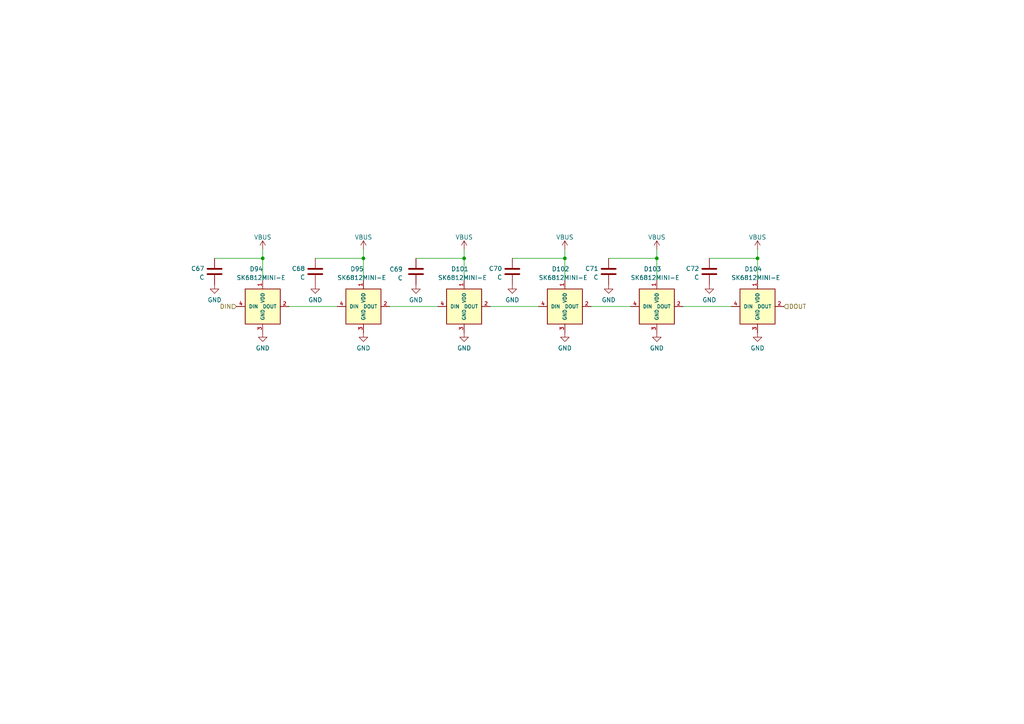
<source format=kicad_sch>
(kicad_sch (version 20230121) (generator eeschema)
  (paper "A4")
  (title_block (title "simplyKeeb-S60") (date "2022-12-18") (rev "2.0") (comment 1 "Designed by Gerrit 'Geaz' Gazic"))
  (lib_symbols
    (symbol "Device:C" (pin_numbers hide) (pin_names (offset 0.254))
      (property "Reference" "C" (at 0.635 2.54 0))
      (property "Value" "C" (at 0.635 -2.54 0))
      (symbol "C_0_1"
        (polyline (pts (xy -2.032 -0.762) (xy 2.032 -0.762)) (stroke (width 0.508)))
        (polyline (pts (xy -2.032 0.762) (xy 2.032 0.762)) (stroke (width 0.508)))
      )
      (symbol "C_1_1"
        (pin passive line (at 0 3.81 270) (length 2.794) (name "~") (number "1"))
        (pin passive line (at 0 -3.81 90) (length 2.794) (name "~") (number "2"))
      )
    )
    (symbol "power:GND" (power) (pin_names (offset 0))
      (property "Value" "GND" (at 0 -3.81 0))
      (symbol "GND_0_1"
        (polyline (pts (xy 0 0) (xy 0 -1.27) (xy 1.27 -1.27) (xy 0 -2.54) (xy -1.27 -1.27) (xy 0 -1.27)))
      )
      (symbol "GND_1_1"
        (pin power_in line (at 0 0 270) (length 0) hide (name "GND") (number "1"))
      )
    )
    (symbol "power:VBUS" (power) (pin_names (offset 0))
      (property "Value" "VBUS" (at 0 3.81 0))
      (symbol "VBUS_0_1"
        (polyline (pts (xy -0.762 1.27) (xy 0 2.54)))
        (polyline (pts (xy 0 0) (xy 0 2.54)))
        (polyline (pts (xy 0 2.54) (xy 0.762 1.27)))
      )
      (symbol "VBUS_1_1"
        (pin power_in line (at 0 0 90) (length 0) hide (name "VBUS") (number "1"))
      )
    )
    (symbol "simplyKeeb:SK6812MINI-E" (pin_names (offset 1.016))
      (property "Reference" "D" (at -3.81 8.89 0))
      (property "Value" "SK6812MINI-E" (at -7.62 6.35 0))
      (symbol "SK6812MINI-E_0_0"
        (rectangle (start -5.08 3.81) (end 5.08 -6.35) (stroke (width 0.254)) (fill (type background)))
        (pin power_in line (at 0 6.35 270) (length 2.54) (name "VDD") (number "1"))
        (pin output line (at 7.62 -1.27 180) (length 2.54) (name "DOUT") (number "2"))
        (pin power_in line (at 0 -8.89 90) (length 2.54) (name "GND") (number "3"))
        (pin input line (at -7.62 -1.27 0) (length 2.54) (name "DIN") (number "4"))
      )
    )
  )
  (junction (at 134.62 74.93))
  (junction (at 219.71 74.93))
  (junction (at 190.5 74.93))
  (junction (at 76.2 74.93))
  (junction (at 163.83 74.93))
  (junction (at 105.41 74.93))
  (wire (pts (xy 76.2 74.93) (xy 76.2 81.28)))
  (wire (pts (xy 190.5 72.39) (xy 190.5 74.93)))
  (wire (pts (xy 219.71 72.39) (xy 219.71 74.93)))
  (wire (pts (xy 76.2 72.39) (xy 76.2 74.93)))
  (wire (pts (xy 105.41 72.39) (xy 105.41 74.93)))
  (wire (pts (xy 171.45 88.9) (xy 182.88 88.9)))
  (wire (pts (xy 76.2 74.93) (xy 62.23 74.93)))
  (wire (pts (xy 105.41 74.93) (xy 91.44 74.93)))
  (wire (pts (xy 134.62 74.93) (xy 134.62 81.28)))
  (wire (pts (xy 219.71 74.93) (xy 205.74 74.93)))
  (wire (pts (xy 198.12 88.9) (xy 212.09 88.9)))
  (wire (pts (xy 134.62 74.93) (xy 120.65 74.93)))
  (wire (pts (xy 219.71 74.93) (xy 219.71 81.28)))
  (wire (pts (xy 190.5 74.93) (xy 176.53 74.93)))
  (wire (pts (xy 190.5 74.93) (xy 190.5 81.28)))
  (wire (pts (xy 105.41 74.93) (xy 105.41 81.28)))
  (wire (pts (xy 83.82 88.9) (xy 97.79 88.9)))
  (wire (pts (xy 113.03 88.9) (xy 127 88.9)))
  (wire (pts (xy 163.83 74.93) (xy 148.59 74.93)))
  (wire (pts (xy 163.83 72.39) (xy 163.83 74.93)))
  (wire (pts (xy 163.83 74.93) (xy 163.83 81.28)))
  (wire (pts (xy 134.62 72.39) (xy 134.62 74.93)))
  (wire (pts (xy 142.24 88.9) (xy 156.21 88.9)))
  (hierarchical_label "DIN" (shape input) (at 68.58 88.9 180))
  (hierarchical_label "DOUT" (shape input) (at 227.33 88.9 0))
  (symbol (lib_id "Device:C") (at 120.65 78.74 0) (mirror x) (unit 1)
    (property "Reference" "C69" (at 116.84 78.105 0) (effects (justify right)))
    (property "Value" "C" (at 116.84 80.645 0) (effects (justify right)))
    (property "Footprint" "Capacitor_SMD:C_0402_1005Metric" (effects hide))
    (instances (project "simplyKeeb-S60c" (path "" (reference "C69") (unit 1)) (path "" (reference "C73") (unit 1)) (path "" (reference "C79") (unit 1)) (path "" (reference "C85") (unit 1)) (path "" (reference "C91") (unit 1)) (path "" (reference "C97") (unit 1)) (path "" (reference "C21") (unit 1)) (path "" (reference "C27") (unit 1)) (path "" (reference "C33") (unit 1)) (path "" (reference "C39") (unit 1)) (path "" (reference "C45") (unit 1)) (path "" (reference "C123") (unit 1)) (path "" (reference "C51") (unit 1)) (path "" (reference "C57") (unit 1)) (path "" (reference "C63") (unit 1)) (path "" (reference "C103") (unit 1)) (path "" (reference "C109") (unit 1)) (path "" (reference "C115") (unit 1))))
  )
  (symbol (lib_id "power:GND") (at 91.44 82.55 0) (unit 1)
    (property "Reference" "#PWR0178" (effects hide))
    (property "Value" "GND" (at 91.44 86.9934 0))
    (instances (project "simplyKeeb-S60c" (path "" (reference "#PWR0178") (unit 1)) (path "" (reference "#PWR0191") (unit 1)) (path "" (reference "#PWR0209") (unit 1)) (path "" (reference "#PWR0227") (unit 1)) (path "" (reference "#PWR0245") (unit 1)) (path "" (reference "#PWR0263") (unit 1)) (path "" (reference "#PWR035") (unit 1)) (path "" (reference "#PWR053") (unit 1)) (path "" (reference "#PWR071") (unit 1)) (path "" (reference "#PWR089") (unit 1)) (path "" (reference "#PWR0107") (unit 1)) (path "" (reference "#PWR0340") (unit 1)) (path "" (reference "#PWR0125") (unit 1)) (path "" (reference "#PWR0143") (unit 1)) (path "" (reference "#PWR0161") (unit 1)) (path "" (reference "#PWR0281") (unit 1)) (path "" (reference "#PWR0299") (unit 1)) (path "" (reference "#PWR0317") (unit 1))))
  )
  (symbol (lib_id "simplyKeeb:SK6812MINI-E") (at 190.5 87.63 0) (unit 1)
    (property "Reference" "D103" (at 186.69 78.74 0) (effects (justify left bottom)))
    (property "Value" "SK6812MINI-E" (at 182.88 81.28 0) (effects (justify left bottom)))
    (property "Footprint" "simplyKeeb:Choc_SK6812MINI-E" (effects hide))
    (instances (project "simplyKeeb-S60c" (path "" (reference "D103") (unit 1)) (path "" (reference "D117") (unit 1)) (path "" (reference "D123") (unit 1)) (path "" (reference "D129") (unit 1)) (path "" (reference "D135") (unit 1)) (path "" (reference "D141") (unit 1)) (path "" (reference "D65") (unit 1)) (path "" (reference "D71") (unit 1)) (path "" (reference "D77") (unit 1)) (path "" (reference "D83") (unit 1)) (path "" (reference "D89") (unit 1)) (path "" (reference "D167") (unit 1)) (path "" (reference "D95") (unit 1)) (path "" (reference "D101") (unit 1)) (path "" (reference "D107") (unit 1)) (path "" (reference "D147") (unit 1)) (path "" (reference "D153") (unit 1)) (path "" (reference "D159") (unit 1))))
  )
  (symbol (lib_id "power:VBUS") (at 163.83 72.39 0) (unit 1)
    (property "Reference" "#PWR0185" (effects hide))
    (property "Value" "VBUS" (at 163.83 68.8142 0))
    (instances (project "simplyKeeb-S60c" (path "" (reference "#PWR0185") (unit 1)) (path "" (reference "#PWR0198") (unit 1)) (path "" (reference "#PWR0216") (unit 1)) (path "" (reference "#PWR0234") (unit 1)) (path "" (reference "#PWR0252") (unit 1)) (path "" (reference "#PWR0270") (unit 1)) (path "" (reference "#PWR042") (unit 1)) (path "" (reference "#PWR060") (unit 1)) (path "" (reference "#PWR078") (unit 1)) (path "" (reference "#PWR096") (unit 1)) (path "" (reference "#PWR0114") (unit 1)) (path "" (reference "#PWR0347") (unit 1)) (path "" (reference "#PWR0132") (unit 1)) (path "" (reference "#PWR0150") (unit 1)) (path "" (reference "#PWR0168") (unit 1)) (path "" (reference "#PWR0288") (unit 1)) (path "" (reference "#PWR0306") (unit 1)) (path "" (reference "#PWR0324") (unit 1))))
  )
  (symbol (lib_id "power:VBUS") (at 105.41 72.39 0) (unit 1)
    (property "Reference" "#PWR0179" (effects hide))
    (property "Value" "VBUS" (at 105.41 68.8142 0))
    (instances (project "simplyKeeb-S60c" (path "" (reference "#PWR0179") (unit 1)) (path "" (reference "#PWR0192") (unit 1)) (path "" (reference "#PWR0210") (unit 1)) (path "" (reference "#PWR0228") (unit 1)) (path "" (reference "#PWR0246") (unit 1)) (path "" (reference "#PWR0264") (unit 1)) (path "" (reference "#PWR036") (unit 1)) (path "" (reference "#PWR054") (unit 1)) (path "" (reference "#PWR072") (unit 1)) (path "" (reference "#PWR090") (unit 1)) (path "" (reference "#PWR0108") (unit 1)) (path "" (reference "#PWR0341") (unit 1)) (path "" (reference "#PWR0126") (unit 1)) (path "" (reference "#PWR0144") (unit 1)) (path "" (reference "#PWR0162") (unit 1)) (path "" (reference "#PWR0282") (unit 1)) (path "" (reference "#PWR0300") (unit 1)) (path "" (reference "#PWR0318") (unit 1))))
  )
  (symbol (lib_id "simplyKeeb:SK6812MINI-E") (at 163.83 87.63 0) (unit 1)
    (property "Reference" "D102" (at 160.02 78.74 0) (effects (justify left bottom)))
    (property "Value" "SK6812MINI-E" (at 156.21 81.28 0) (effects (justify left bottom)))
    (property "Footprint" "simplyKeeb:Choc_SK6812MINI-E" (effects hide))
    (instances (project "simplyKeeb-S60c" (path "" (reference "D102") (unit 1)) (path "" (reference "D116") (unit 1)) (path "" (reference "D122") (unit 1)) (path "" (reference "D128") (unit 1)) (path "" (reference "D134") (unit 1)) (path "" (reference "D140") (unit 1)) (path "" (reference "D64") (unit 1)) (path "" (reference "D70") (unit 1)) (path "" (reference "D76") (unit 1)) (path "" (reference "D82") (unit 1)) (path "" (reference "D88") (unit 1)) (path "" (reference "D166") (unit 1)) (path "" (reference "D94") (unit 1)) (path "" (reference "D100") (unit 1)) (path "" (reference "D106") (unit 1)) (path "" (reference "D146") (unit 1)) (path "" (reference "D152") (unit 1)) (path "" (reference "D158") (unit 1))))
  )
  (symbol (lib_id "Device:C") (at 176.53 78.74 0) (mirror y) (unit 1)
    (property "Reference" "C71" (at 173.609 77.9053 0) (effects (justify left)))
    (property "Value" "C" (at 173.609 80.4422 0) (effects (justify left)))
    (property "Footprint" "Capacitor_SMD:C_0402_1005Metric" (effects hide))
    (instances (project "simplyKeeb-S60c" (path "" (reference "C71") (unit 1)) (path "" (reference "C75") (unit 1)) (path "" (reference "C81") (unit 1)) (path "" (reference "C87") (unit 1)) (path "" (reference "C93") (unit 1)) (path "" (reference "C99") (unit 1)) (path "" (reference "C23") (unit 1)) (path "" (reference "C29") (unit 1)) (path "" (reference "C35") (unit 1)) (path "" (reference "C41") (unit 1)) (path "" (reference "C47") (unit 1)) (path "" (reference "C125") (unit 1)) (path "" (reference "C53") (unit 1)) (path "" (reference "C59") (unit 1)) (path "" (reference "C65") (unit 1)) (path "" (reference "C105") (unit 1)) (path "" (reference "C111") (unit 1)) (path "" (reference "C117") (unit 1))))
  )
  (symbol (lib_id "power:GND") (at 205.74 82.55 0) (unit 1)
    (property "Reference" "#PWR0190" (effects hide))
    (property "Value" "GND" (at 205.74 86.9934 0))
    (instances (project "simplyKeeb-S60c" (path "" (reference "#PWR0190") (unit 1)) (path "" (reference "#PWR0203") (unit 1)) (path "" (reference "#PWR0221") (unit 1)) (path "" (reference "#PWR0239") (unit 1)) (path "" (reference "#PWR0257") (unit 1)) (path "" (reference "#PWR0275") (unit 1)) (path "" (reference "#PWR047") (unit 1)) (path "" (reference "#PWR065") (unit 1)) (path "" (reference "#PWR083") (unit 1)) (path "" (reference "#PWR0101") (unit 1)) (path "" (reference "#PWR0119") (unit 1)) (path "" (reference "#PWR0352") (unit 1)) (path "" (reference "#PWR0137") (unit 1)) (path "" (reference "#PWR0155") (unit 1)) (path "" (reference "#PWR0173") (unit 1)) (path "" (reference "#PWR0293") (unit 1)) (path "" (reference "#PWR0311") (unit 1)) (path "" (reference "#PWR0329") (unit 1))))
  )
  (symbol (lib_id "power:GND") (at 105.41 96.52 0) (unit 1)
    (property "Reference" "#PWR0180" (effects hide))
    (property "Value" "GND" (at 105.41 100.9634 0))
    (instances (project "simplyKeeb-S60c" (path "" (reference "#PWR0180") (unit 1)) (path "" (reference "#PWR0193") (unit 1)) (path "" (reference "#PWR0211") (unit 1)) (path "" (reference "#PWR0229") (unit 1)) (path "" (reference "#PWR0247") (unit 1)) (path "" (reference "#PWR0265") (unit 1)) (path "" (reference "#PWR037") (unit 1)) (path "" (reference "#PWR055") (unit 1)) (path "" (reference "#PWR073") (unit 1)) (path "" (reference "#PWR091") (unit 1)) (path "" (reference "#PWR0109") (unit 1)) (path "" (reference "#PWR0342") (unit 1)) (path "" (reference "#PWR0127") (unit 1)) (path "" (reference "#PWR0145") (unit 1)) (path "" (reference "#PWR0163") (unit 1)) (path "" (reference "#PWR0283") (unit 1)) (path "" (reference "#PWR0301") (unit 1)) (path "" (reference "#PWR0319") (unit 1))))
  )
  (symbol (lib_id "power:GND") (at 76.2 96.52 0) (unit 1)
    (property "Reference" "#PWR0177" (effects hide))
    (property "Value" "GND" (at 76.2 100.9634 0))
    (instances (project "simplyKeeb-S60c" (path "" (reference "#PWR0177") (unit 1)) (path "" (reference "#PWR0190") (unit 1)) (path "" (reference "#PWR0208") (unit 1)) (path "" (reference "#PWR0226") (unit 1)) (path "" (reference "#PWR0244") (unit 1)) (path "" (reference "#PWR0262") (unit 1)) (path "" (reference "#PWR034") (unit 1)) (path "" (reference "#PWR052") (unit 1)) (path "" (reference "#PWR070") (unit 1)) (path "" (reference "#PWR088") (unit 1)) (path "" (reference "#PWR0106") (unit 1)) (path "" (reference "#PWR0339") (unit 1)) (path "" (reference "#PWR0124") (unit 1)) (path "" (reference "#PWR0142") (unit 1)) (path "" (reference "#PWR0160") (unit 1)) (path "" (reference "#PWR0280") (unit 1)) (path "" (reference "#PWR0298") (unit 1)) (path "" (reference "#PWR0316") (unit 1))))
  )
  (symbol (lib_id "power:GND") (at 176.53 82.55 0) (unit 1)
    (property "Reference" "#PWR0187" (effects hide))
    (property "Value" "GND" (at 176.53 86.9934 0))
    (instances (project "simplyKeeb-S60c" (path "" (reference "#PWR0187") (unit 1)) (path "" (reference "#PWR0200") (unit 1)) (path "" (reference "#PWR0218") (unit 1)) (path "" (reference "#PWR0236") (unit 1)) (path "" (reference "#PWR0254") (unit 1)) (path "" (reference "#PWR0272") (unit 1)) (path "" (reference "#PWR044") (unit 1)) (path "" (reference "#PWR062") (unit 1)) (path "" (reference "#PWR080") (unit 1)) (path "" (reference "#PWR098") (unit 1)) (path "" (reference "#PWR0116") (unit 1)) (path "" (reference "#PWR0349") (unit 1)) (path "" (reference "#PWR0134") (unit 1)) (path "" (reference "#PWR0152") (unit 1)) (path "" (reference "#PWR0170") (unit 1)) (path "" (reference "#PWR0290") (unit 1)) (path "" (reference "#PWR0308") (unit 1)) (path "" (reference "#PWR0326") (unit 1))))
  )
  (symbol (lib_id "simplyKeeb:SK6812MINI-E") (at 219.71 87.63 0) (unit 1)
    (property "Reference" "D104" (at 215.9 78.74 0) (effects (justify left bottom)))
    (property "Value" "SK6812MINI-E" (at 212.09 81.28 0) (effects (justify left bottom)))
    (property "Footprint" "simplyKeeb:Choc_SK6812MINI-E" (effects hide))
    (instances (project "simplyKeeb-S60c" (path "" (reference "D104") (unit 1)) (path "" (reference "D118") (unit 1)) (path "" (reference "D124") (unit 1)) (path "" (reference "D130") (unit 1)) (path "" (reference "D136") (unit 1)) (path "" (reference "D142") (unit 1)) (path "" (reference "D66") (unit 1)) (path "" (reference "D72") (unit 1)) (path "" (reference "D78") (unit 1)) (path "" (reference "D84") (unit 1)) (path "" (reference "D90") (unit 1)) (path "" (reference "D168") (unit 1)) (path "" (reference "D96") (unit 1)) (path "" (reference "D102") (unit 1)) (path "" (reference "D108") (unit 1)) (path "" (reference "D148") (unit 1)) (path "" (reference "D154") (unit 1)) (path "" (reference "D160") (unit 1))))
  )
  (symbol (lib_id "power:GND") (at 62.23 82.55 0) (unit 1)
    (property "Reference" "#PWR0175" (effects hide))
    (property "Value" "GND" (at 62.23 86.9934 0))
    (instances (project "simplyKeeb-S60c" (path "" (reference "#PWR0175") (unit 1)) (path "" (reference "#PWR0188") (unit 1)) (path "" (reference "#PWR0206") (unit 1)) (path "" (reference "#PWR0224") (unit 1)) (path "" (reference "#PWR0242") (unit 1)) (path "" (reference "#PWR0260") (unit 1)) (path "" (reference "#PWR032") (unit 1)) (path "" (reference "#PWR050") (unit 1)) (path "" (reference "#PWR068") (unit 1)) (path "" (reference "#PWR086") (unit 1)) (path "" (reference "#PWR0104") (unit 1)) (path "" (reference "#PWR0337") (unit 1)) (path "" (reference "#PWR0122") (unit 1)) (path "" (reference "#PWR0140") (unit 1)) (path "" (reference "#PWR0158") (unit 1)) (path "" (reference "#PWR0278") (unit 1)) (path "" (reference "#PWR0296") (unit 1)) (path "" (reference "#PWR0314") (unit 1))))
  )
  (symbol (lib_id "power:GND") (at 120.65 82.55 0) (unit 1)
    (property "Reference" "#PWR0181" (effects hide))
    (property "Value" "GND" (at 120.65 86.9934 0))
    (instances (project "simplyKeeb-S60c" (path "" (reference "#PWR0181") (unit 1)) (path "" (reference "#PWR0194") (unit 1)) (path "" (reference "#PWR0212") (unit 1)) (path "" (reference "#PWR0230") (unit 1)) (path "" (reference "#PWR0248") (unit 1)) (path "" (reference "#PWR0266") (unit 1)) (path "" (reference "#PWR038") (unit 1)) (path "" (reference "#PWR056") (unit 1)) (path "" (reference "#PWR074") (unit 1)) (path "" (reference "#PWR092") (unit 1)) (path "" (reference "#PWR0110") (unit 1)) (path "" (reference "#PWR0343") (unit 1)) (path "" (reference "#PWR0128") (unit 1)) (path "" (reference "#PWR0146") (unit 1)) (path "" (reference "#PWR0164") (unit 1)) (path "" (reference "#PWR0284") (unit 1)) (path "" (reference "#PWR0302") (unit 1)) (path "" (reference "#PWR0320") (unit 1))))
  )
  (symbol (lib_id "power:GND") (at 190.5 96.52 0) (unit 1)
    (property "Reference" "#PWR0189" (effects hide))
    (property "Value" "GND" (at 190.5 100.9634 0))
    (instances (project "simplyKeeb-S60c" (path "" (reference "#PWR0189") (unit 1)) (path "" (reference "#PWR0202") (unit 1)) (path "" (reference "#PWR0220") (unit 1)) (path "" (reference "#PWR0238") (unit 1)) (path "" (reference "#PWR0256") (unit 1)) (path "" (reference "#PWR0274") (unit 1)) (path "" (reference "#PWR046") (unit 1)) (path "" (reference "#PWR064") (unit 1)) (path "" (reference "#PWR082") (unit 1)) (path "" (reference "#PWR0100") (unit 1)) (path "" (reference "#PWR0118") (unit 1)) (path "" (reference "#PWR0351") (unit 1)) (path "" (reference "#PWR0136") (unit 1)) (path "" (reference "#PWR0154") (unit 1)) (path "" (reference "#PWR0172") (unit 1)) (path "" (reference "#PWR0292") (unit 1)) (path "" (reference "#PWR0310") (unit 1)) (path "" (reference "#PWR0328") (unit 1))))
  )
  (symbol (lib_id "Device:C") (at 62.23 78.74 0) (mirror y) (unit 1)
    (property "Reference" "C67" (at 59.309 77.9053 0) (effects (justify left)))
    (property "Value" "C" (at 59.309 80.4422 0) (effects (justify left)))
    (property "Footprint" "Capacitor_SMD:C_0402_1005Metric" (effects hide))
    (instances (project "simplyKeeb-S60c" (path "" (reference "C67") (unit 1)) (path "" (reference "C71") (unit 1)) (path "" (reference "C77") (unit 1)) (path "" (reference "C83") (unit 1)) (path "" (reference "C89") (unit 1)) (path "" (reference "C95") (unit 1)) (path "" (reference "C19") (unit 1)) (path "" (reference "C25") (unit 1)) (path "" (reference "C31") (unit 1)) (path "" (reference "C37") (unit 1)) (path "" (reference "C43") (unit 1)) (path "" (reference "C121") (unit 1)) (path "" (reference "C49") (unit 1)) (path "" (reference "C55") (unit 1)) (path "" (reference "C61") (unit 1)) (path "" (reference "C101") (unit 1)) (path "" (reference "C107") (unit 1)) (path "" (reference "C113") (unit 1))))
  )
  (symbol (lib_id "Device:C") (at 148.59 78.74 0) (mirror y) (unit 1)
    (property "Reference" "C70" (at 145.669 77.9053 0) (effects (justify left)))
    (property "Value" "C" (at 145.669 80.4422 0) (effects (justify left)))
    (property "Footprint" "Capacitor_SMD:C_0402_1005Metric" (effects hide))
    (instances (project "simplyKeeb-S60c" (path "" (reference "C70") (unit 1)) (path "" (reference "C74") (unit 1)) (path "" (reference "C80") (unit 1)) (path "" (reference "C86") (unit 1)) (path "" (reference "C92") (unit 1)) (path "" (reference "C98") (unit 1)) (path "" (reference "C22") (unit 1)) (path "" (reference "C28") (unit 1)) (path "" (reference "C34") (unit 1)) (path "" (reference "C40") (unit 1)) (path "" (reference "C46") (unit 1)) (path "" (reference "C124") (unit 1)) (path "" (reference "C52") (unit 1)) (path "" (reference "C58") (unit 1)) (path "" (reference "C64") (unit 1)) (path "" (reference "C104") (unit 1)) (path "" (reference "C110") (unit 1)) (path "" (reference "C116") (unit 1))))
  )
  (symbol (lib_id "power:VBUS") (at 190.5 72.39 0) (unit 1)
    (property "Reference" "#PWR0188" (effects hide))
    (property "Value" "VBUS" (at 190.5 68.8142 0))
    (instances (project "simplyKeeb-S60c" (path "" (reference "#PWR0188") (unit 1)) (path "" (reference "#PWR0201") (unit 1)) (path "" (reference "#PWR0219") (unit 1)) (path "" (reference "#PWR0237") (unit 1)) (path "" (reference "#PWR0255") (unit 1)) (path "" (reference "#PWR0273") (unit 1)) (path "" (reference "#PWR045") (unit 1)) (path "" (reference "#PWR063") (unit 1)) (path "" (reference "#PWR081") (unit 1)) (path "" (reference "#PWR099") (unit 1)) (path "" (reference "#PWR0117") (unit 1)) (path "" (reference "#PWR0350") (unit 1)) (path "" (reference "#PWR0135") (unit 1)) (path "" (reference "#PWR0153") (unit 1)) (path "" (reference "#PWR0171") (unit 1)) (path "" (reference "#PWR0291") (unit 1)) (path "" (reference "#PWR0309") (unit 1)) (path "" (reference "#PWR0327") (unit 1))))
  )
  (symbol (lib_id "Device:C") (at 91.44 78.74 0) (mirror y) (unit 1)
    (property "Reference" "C68" (at 88.519 77.9053 0) (effects (justify left)))
    (property "Value" "C" (at 88.519 80.4422 0) (effects (justify left)))
    (property "Footprint" "Capacitor_SMD:C_0402_1005Metric" (effects hide))
    (instances (project "simplyKeeb-S60c" (path "" (reference "C68") (unit 1)) (path "" (reference "C72") (unit 1)) (path "" (reference "C78") (unit 1)) (path "" (reference "C84") (unit 1)) (path "" (reference "C90") (unit 1)) (path "" (reference "C96") (unit 1)) (path "" (reference "C20") (unit 1)) (path "" (reference "C26") (unit 1)) (path "" (reference "C32") (unit 1)) (path "" (reference "C38") (unit 1)) (path "" (reference "C44") (unit 1)) (path "" (reference "C122") (unit 1)) (path "" (reference "C50") (unit 1)) (path "" (reference "C56") (unit 1)) (path "" (reference "C62") (unit 1)) (path "" (reference "C102") (unit 1)) (path "" (reference "C108") (unit 1)) (path "" (reference "C114") (unit 1))))
  )
  (symbol (lib_id "Device:C") (at 205.74 78.74 0) (mirror y) (unit 1)
    (property "Reference" "C72" (at 202.819 77.9053 0) (effects (justify left)))
    (property "Value" "C" (at 202.819 80.4422 0) (effects (justify left)))
    (property "Footprint" "Capacitor_SMD:C_0402_1005Metric" (effects hide))
    (instances (project "simplyKeeb-S60c" (path "" (reference "C72") (unit 1)) (path "" (reference "C76") (unit 1)) (path "" (reference "C82") (unit 1)) (path "" (reference "C88") (unit 1)) (path "" (reference "C94") (unit 1)) (path "" (reference "C100") (unit 1)) (path "" (reference "C24") (unit 1)) (path "" (reference "C30") (unit 1)) (path "" (reference "C36") (unit 1)) (path "" (reference "C42") (unit 1)) (path "" (reference "C48") (unit 1)) (path "" (reference "C126") (unit 1)) (path "" (reference "C54") (unit 1)) (path "" (reference "C60") (unit 1)) (path "" (reference "C66") (unit 1)) (path "" (reference "C106") (unit 1)) (path "" (reference "C112") (unit 1)) (path "" (reference "C118") (unit 1))))
  )
  (symbol (lib_id "power:VBUS") (at 76.2 72.39 0) (unit 1)
    (property "Reference" "#PWR0176" (effects hide))
    (property "Value" "VBUS" (at 76.2 68.8142 0))
    (instances (project "simplyKeeb-S60c" (path "" (reference "#PWR0176") (unit 1)) (path "" (reference "#PWR0189") (unit 1)) (path "" (reference "#PWR0207") (unit 1)) (path "" (reference "#PWR0225") (unit 1)) (path "" (reference "#PWR0243") (unit 1)) (path "" (reference "#PWR0261") (unit 1)) (path "" (reference "#PWR033") (unit 1)) (path "" (reference "#PWR051") (unit 1)) (path "" (reference "#PWR069") (unit 1)) (path "" (reference "#PWR087") (unit 1)) (path "" (reference "#PWR0105") (unit 1)) (path "" (reference "#PWR0338") (unit 1)) (path "" (reference "#PWR0123") (unit 1)) (path "" (reference "#PWR0141") (unit 1)) (path "" (reference "#PWR0159") (unit 1)) (path "" (reference "#PWR0279") (unit 1)) (path "" (reference "#PWR0297") (unit 1)) (path "" (reference "#PWR0315") (unit 1))))
  )
  (symbol (lib_id "power:GND") (at 134.62 96.52 0) (unit 1)
    (property "Reference" "#PWR0183" (effects hide))
    (property "Value" "GND" (at 134.62 100.9634 0))
    (instances (project "simplyKeeb-S60c" (path "" (reference "#PWR0183") (unit 1)) (path "" (reference "#PWR0196") (unit 1)) (path "" (reference "#PWR0214") (unit 1)) (path "" (reference "#PWR0232") (unit 1)) (path "" (reference "#PWR0250") (unit 1)) (path "" (reference "#PWR0268") (unit 1)) (path "" (reference "#PWR040") (unit 1)) (path "" (reference "#PWR058") (unit 1)) (path "" (reference "#PWR076") (unit 1)) (path "" (reference "#PWR094") (unit 1)) (path "" (reference "#PWR0112") (unit 1)) (path "" (reference "#PWR0345") (unit 1)) (path "" (reference "#PWR0130") (unit 1)) (path "" (reference "#PWR0148") (unit 1)) (path "" (reference "#PWR0166") (unit 1)) (path "" (reference "#PWR0286") (unit 1)) (path "" (reference "#PWR0304") (unit 1)) (path "" (reference "#PWR0322") (unit 1))))
  )
  (symbol (lib_id "power:GND") (at 219.71 96.52 0) (unit 1)
    (property "Reference" "#PWR0192" (effects hide))
    (property "Value" "GND" (at 219.71 100.9634 0))
    (instances (project "simplyKeeb-S60c" (path "" (reference "#PWR0192") (unit 1)) (path "" (reference "#PWR0205") (unit 1)) (path "" (reference "#PWR0223") (unit 1)) (path "" (reference "#PWR0241") (unit 1)) (path "" (reference "#PWR0259") (unit 1)) (path "" (reference "#PWR0277") (unit 1)) (path "" (reference "#PWR049") (unit 1)) (path "" (reference "#PWR067") (unit 1)) (path "" (reference "#PWR085") (unit 1)) (path "" (reference "#PWR0103") (unit 1)) (path "" (reference "#PWR0121") (unit 1)) (path "" (reference "#PWR0354") (unit 1)) (path "" (reference "#PWR0139") (unit 1)) (path "" (reference "#PWR0157") (unit 1)) (path "" (reference "#PWR0175") (unit 1)) (path "" (reference "#PWR0295") (unit 1)) (path "" (reference "#PWR0313") (unit 1)) (path "" (reference "#PWR0331") (unit 1))))
  )
  (symbol (lib_id "power:GND") (at 163.83 96.52 0) (unit 1)
    (property "Reference" "#PWR0186" (effects hide))
    (property "Value" "GND" (at 163.83 100.9634 0))
    (instances (project "simplyKeeb-S60c" (path "" (reference "#PWR0186") (unit 1)) (path "" (reference "#PWR0199") (unit 1)) (path "" (reference "#PWR0217") (unit 1)) (path "" (reference "#PWR0235") (unit 1)) (path "" (reference "#PWR0253") (unit 1)) (path "" (reference "#PWR0271") (unit 1)) (path "" (reference "#PWR043") (unit 1)) (path "" (reference "#PWR061") (unit 1)) (path "" (reference "#PWR079") (unit 1)) (path "" (reference "#PWR097") (unit 1)) (path "" (reference "#PWR0115") (unit 1)) (path "" (reference "#PWR0348") (unit 1)) (path "" (reference "#PWR0133") (unit 1)) (path "" (reference "#PWR0151") (unit 1)) (path "" (reference "#PWR0169") (unit 1)) (path "" (reference "#PWR0289") (unit 1)) (path "" (reference "#PWR0307") (unit 1)) (path "" (reference "#PWR0325") (unit 1))))
  )
  (symbol (lib_id "power:VBUS") (at 134.62 72.39 0) (unit 1)
    (property "Reference" "#PWR0182" (effects hide))
    (property "Value" "VBUS" (at 134.62 68.8142 0))
    (instances (project "simplyKeeb-S60c" (path "" (reference "#PWR0182") (unit 1)) (path "" (reference "#PWR0195") (unit 1)) (path "" (reference "#PWR0213") (unit 1)) (path "" (reference "#PWR0231") (unit 1)) (path "" (reference "#PWR0249") (unit 1)) (path "" (reference "#PWR0267") (unit 1)) (path "" (reference "#PWR039") (unit 1)) (path "" (reference "#PWR057") (unit 1)) (path "" (reference "#PWR075") (unit 1)) (path "" (reference "#PWR093") (unit 1)) (path "" (reference "#PWR0111") (unit 1)) (path "" (reference "#PWR0344") (unit 1)) (path "" (reference "#PWR0129") (unit 1)) (path "" (reference "#PWR0147") (unit 1)) (path "" (reference "#PWR0165") (unit 1)) (path "" (reference "#PWR0285") (unit 1)) (path "" (reference "#PWR0303") (unit 1)) (path "" (reference "#PWR0321") (unit 1))))
  )
  (symbol (lib_id "power:GND") (at 148.59 82.55 0) (unit 1)
    (property "Reference" "#PWR0184" (effects hide))
    (property "Value" "GND" (at 148.59 86.9934 0))
    (instances (project "simplyKeeb-S60c" (path "" (reference "#PWR0184") (unit 1)) (path "" (reference "#PWR0197") (unit 1)) (path "" (reference "#PWR0215") (unit 1)) (path "" (reference "#PWR0233") (unit 1)) (path "" (reference "#PWR0251") (unit 1)) (path "" (reference "#PWR0269") (unit 1)) (path "" (reference "#PWR041") (unit 1)) (path "" (reference "#PWR059") (unit 1)) (path "" (reference "#PWR077") (unit 1)) (path "" (reference "#PWR095") (unit 1)) (path "" (reference "#PWR0113") (unit 1)) (path "" (reference "#PWR0346") (unit 1)) (path "" (reference "#PWR0131") (unit 1)) (path "" (reference "#PWR0149") (unit 1)) (path "" (reference "#PWR0167") (unit 1)) (path "" (reference "#PWR0287") (unit 1)) (path "" (reference "#PWR0305") (unit 1)) (path "" (reference "#PWR0323") (unit 1))))
  )
  (symbol (lib_id "simplyKeeb:SK6812MINI-E") (at 105.41 87.63 0) (unit 1)
    (property "Reference" "D95" (at 101.6 78.74 0) (effects (justify left bottom)))
    (property "Value" "SK6812MINI-E" (at 97.79 81.28 0) (effects (justify left bottom)))
    (property "Footprint" "simplyKeeb:Choc_SK6812MINI-E" (effects hide))
    (instances (project "simplyKeeb-S60c" (path "" (reference "D95") (unit 1)) (path "" (reference "D114") (unit 1)) (path "" (reference "D120") (unit 1)) (path "" (reference "D126") (unit 1)) (path "" (reference "D132") (unit 1)) (path "" (reference "D138") (unit 1)) (path "" (reference "D62") (unit 1)) (path "" (reference "D68") (unit 1)) (path "" (reference "D74") (unit 1)) (path "" (reference "D80") (unit 1)) (path "" (reference "D86") (unit 1)) (path "" (reference "D164") (unit 1)) (path "" (reference "D92") (unit 1)) (path "" (reference "D98") (unit 1)) (path "" (reference "D104") (unit 1)) (path "" (reference "D144") (unit 1)) (path "" (reference "D150") (unit 1)) (path "" (reference "D156") (unit 1))))
  )
  (symbol (lib_id "simplyKeeb:SK6812MINI-E") (at 134.62 87.63 0) (unit 1)
    (property "Reference" "D101" (at 130.81 78.74 0) (effects (justify left bottom)))
    (property "Value" "SK6812MINI-E" (at 127 81.28 0) (effects (justify left bottom)))
    (property "Footprint" "simplyKeeb:Choc_SK6812MINI-E" (effects hide))
    (instances (project "simplyKeeb-S60c" (path "" (reference "D101") (unit 1)) (path "" (reference "D115") (unit 1)) (path "" (reference "D121") (unit 1)) (path "" (reference "D127") (unit 1)) (path "" (reference "D133") (unit 1)) (path "" (reference "D139") (unit 1)) (path "" (reference "D63") (unit 1)) (path "" (reference "D69") (unit 1)) (path "" (reference "D75") (unit 1)) (path "" (reference "D81") (unit 1)) (path "" (reference "D87") (unit 1)) (path "" (reference "D165") (unit 1)) (path "" (reference "D93") (unit 1)) (path "" (reference "D99") (unit 1)) (path "" (reference "D105") (unit 1)) (path "" (reference "D145") (unit 1)) (path "" (reference "D151") (unit 1)) (path "" (reference "D157") (unit 1))))
  )
  (symbol (lib_id "simplyKeeb:SK6812MINI-E") (at 76.2 87.63 0) (unit 1)
    (property "Reference" "D94" (at 72.39 78.74 0) (effects (justify left bottom)))
    (property "Value" "SK6812MINI-E" (at 68.58 81.28 0) (effects (justify left bottom)))
    (property "Footprint" "simplyKeeb:Choc_SK6812MINI-E" (effects hide))
    (instances (project "simplyKeeb-S60c" (path "" (reference "D94") (unit 1)) (path "" (reference "D113") (unit 1)) (path "" (reference "D119") (unit 1)) (path "" (reference "D125") (unit 1)) (path "" (reference "D131") (unit 1)) (path "" (reference "D137") (unit 1)) (path "" (reference "D61") (unit 1)) (path "" (reference "D67") (unit 1)) (path "" (reference "D73") (unit 1)) (path "" (reference "D79") (unit 1)) (path "" (reference "D85") (unit 1)) (path "" (reference "D163") (unit 1)) (path "" (reference "D91") (unit 1)) (path "" (reference "D97") (unit 1)) (path "" (reference "D103") (unit 1)) (path "" (reference "D143") (unit 1)) (path "" (reference "D149") (unit 1)) (path "" (reference "D155") (unit 1))))
  )
  (symbol (lib_id "power:VBUS") (at 219.71 72.39 0) (unit 1)
    (property "Reference" "#PWR0191" (effects hide))
    (property "Value" "VBUS" (at 219.71 68.8142 0))
    (instances (project "simplyKeeb-S60c" (path "" (reference "#PWR0191") (unit 1)) (path "" (reference "#PWR0204") (unit 1)) (path "" (reference "#PWR0222") (unit 1)) (path "" (reference "#PWR0240") (unit 1)) (path "" (reference "#PWR0258") (unit 1)) (path "" (reference "#PWR0276") (unit 1)) (path "" (reference "#PWR048") (unit 1)) (path "" (reference "#PWR066") (unit 1)) (path "" (reference "#PWR084") (unit 1)) (path "" (reference "#PWR0102") (unit 1)) (path "" (reference "#PWR0120") (unit 1)) (path "" (reference "#PWR0353") (unit 1)) (path "" (reference "#PWR0138") (unit 1)) (path "" (reference "#PWR0156") (unit 1)) (path "" (reference "#PWR0174") (unit 1)) (path "" (reference "#PWR0294") (unit 1)) (path "" (reference "#PWR0312") (unit 1)) (path "" (reference "#PWR0330") (unit 1))))
  )
)
</source>
